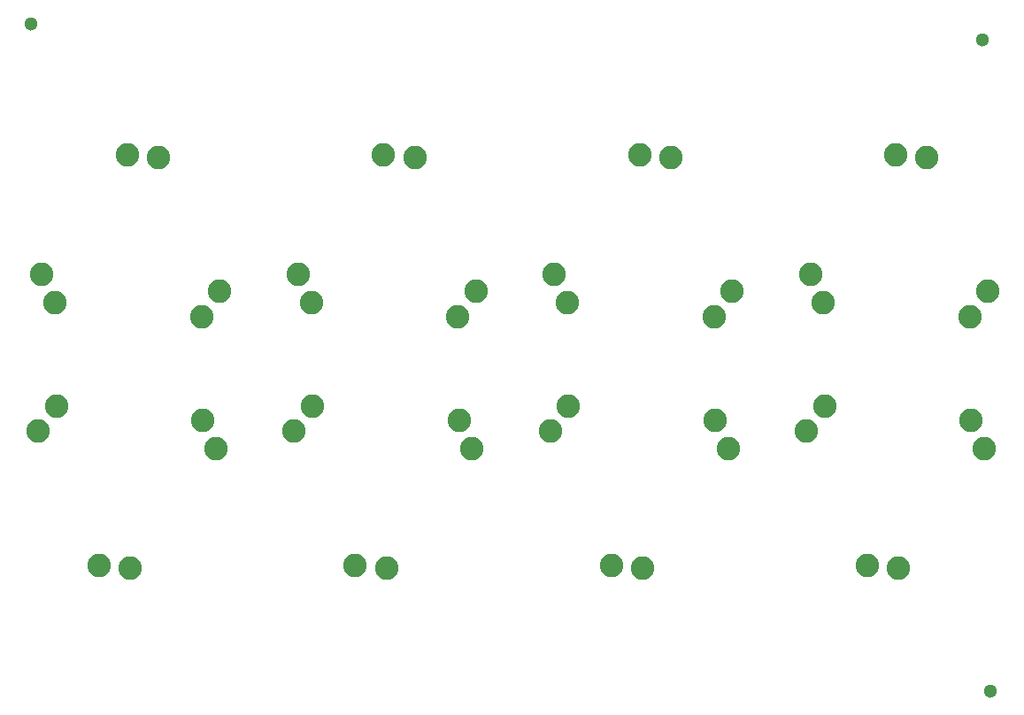
<source format=gbr>
%TF.GenerationSoftware,KiCad,Pcbnew,7.0.10*%
%TF.CreationDate,2024-11-13T11:37:08-08:00*%
%TF.ProjectId,ballBearingBoardPanelization241112,62616c6c-4265-4617-9269-6e67426f6172,rev?*%
%TF.SameCoordinates,Original*%
%TF.FileFunction,Copper,L2,Bot*%
%TF.FilePolarity,Positive*%
%FSLAX46Y46*%
G04 Gerber Fmt 4.6, Leading zero omitted, Abs format (unit mm)*
G04 Created by KiCad (PCBNEW 7.0.10) date 2024-11-13 11:37:08*
%MOMM*%
%LPD*%
G01*
G04 APERTURE LIST*
%TA.AperFunction,ComponentPad*%
%ADD10C,2.250000*%
%TD*%
%TA.AperFunction,WasherPad*%
%ADD11C,1.300000*%
%TD*%
G04 APERTURE END LIST*
D10*
%TO.P,J8,1,Pin_1*%
%TO.N,Net-(J1-Pin_1)*%
X16672164Y19033616D03*
%TD*%
%TO.P,J33,1,Pin_1*%
%TO.N,GND*%
X74130483Y-9102334D03*
%TD*%
%TO.P,J39,1,Pin_1*%
%TO.N,Net-(J5-Pin_1)*%
X67044016Y6447499D03*
%TD*%
D11*
%TO.P,,*%
%TO.N,*%
X82880200Y-20853400D03*
%TD*%
D10*
%TO.P,J20,1,Pin_1*%
%TO.N,Net-(J1-Pin_1)*%
X41172164Y19033616D03*
%TD*%
%TO.P,J3,1,Pin_1*%
%TO.N,Net-(J3-Pin_1)*%
X-2356164Y-8814468D03*
%TD*%
%TO.P,J14,1,Pin_1*%
%TO.N,Net-(J3-Pin_1)*%
X33681953Y17395756D03*
%TD*%
%TO.P,J23,1,Pin_1*%
%TO.N,Net-(J3-Pin_1)*%
X46643836Y-8814468D03*
%TD*%
%TO.P,J1,1,Pin_1*%
%TO.N,Net-(J1-Pin_1)*%
X8811695Y2367297D03*
%TD*%
%TO.P,J29,1,Pin_1*%
%TO.N,Net-(J5-Pin_1)*%
X56567611Y5097184D03*
%TD*%
%TO.P,J42,1,Pin_1*%
%TO.N,Net-(J5-Pin_1)*%
X66916248Y16303729D03*
%TD*%
%TO.P,J12,1,Pin_1*%
%TO.N,Net-(J3-Pin_1)*%
X27840024Y30215380D03*
%TD*%
%TO.P,J6,1,Pin_1*%
%TO.N,Net-(J5-Pin_1)*%
X-6583752Y16303729D03*
%TD*%
%TO.P,J28,1,Pin_1*%
%TO.N,Net-(J5-Pin_1)*%
X56439844Y14953413D03*
%TD*%
%TO.P,J36,1,Pin_1*%
%TO.N,Net-(J3-Pin_1)*%
X76840024Y30215380D03*
%TD*%
%TO.P,J13,1,Pin_1*%
%TO.N,Net-(J3-Pin_1)*%
X16301907Y4005156D03*
%TD*%
%TO.P,J2,1,Pin_1*%
%TO.N,GND*%
X630483Y-9102334D03*
%TD*%
%TO.P,J18,1,Pin_1*%
%TO.N,Net-(J5-Pin_1)*%
X17916248Y16303729D03*
%TD*%
D11*
%TO.P,,*%
%TO.N,*%
X-8864600Y42976800D03*
%TD*%
D10*
%TO.P,J35,1,Pin_1*%
%TO.N,Net-(J3-Pin_1)*%
X71143836Y-8814468D03*
%TD*%
%TO.P,J32,1,Pin_1*%
%TO.N,Net-(J1-Pin_1)*%
X65672164Y19033616D03*
%TD*%
%TO.P,J15,1,Pin_1*%
%TO.N,Net-(J5-Pin_1)*%
X18044016Y6447499D03*
%TD*%
%TO.P,J5,1,Pin_1*%
%TO.N,Net-(J5-Pin_1)*%
X-6455984Y6447499D03*
%TD*%
%TO.P,J6,1,Pin_1*%
%TO.N,Net-(J5-Pin_1)*%
X7567611Y5097184D03*
%TD*%
%TO.P,J3,1,Pin_1*%
%TO.N,Net-(J3-Pin_1)*%
X3340024Y30215380D03*
%TD*%
%TO.P,J37,1,Pin_1*%
%TO.N,Net-(J3-Pin_1)*%
X65301907Y4005156D03*
%TD*%
%TO.P,J41,1,Pin_1*%
%TO.N,Net-(J5-Pin_1)*%
X81067611Y5097184D03*
%TD*%
%TO.P,J19,1,Pin_1*%
%TO.N,Net-(J1-Pin_1)*%
X57811695Y2367297D03*
%TD*%
%TO.P,J27,1,Pin_1*%
%TO.N,Net-(J5-Pin_1)*%
X42544016Y6447499D03*
%TD*%
%TO.P,J22,1,Pin_1*%
%TO.N,GND*%
X49353377Y30503247D03*
%TD*%
%TO.P,J38,1,Pin_1*%
%TO.N,Net-(J3-Pin_1)*%
X82681953Y17395756D03*
%TD*%
%TO.P,J21,1,Pin_1*%
%TO.N,GND*%
X49630483Y-9102334D03*
%TD*%
%TO.P,J25,1,Pin_1*%
%TO.N,Net-(J3-Pin_1)*%
X40801907Y4005156D03*
%TD*%
%TO.P,J24,1,Pin_1*%
%TO.N,Net-(J3-Pin_1)*%
X52340024Y30215380D03*
%TD*%
%TO.P,J30,1,Pin_1*%
%TO.N,Net-(J5-Pin_1)*%
X42416248Y16303729D03*
%TD*%
%TO.P,J17,1,Pin_1*%
%TO.N,Net-(J5-Pin_1)*%
X32067611Y5097184D03*
%TD*%
%TO.P,J9,1,Pin_1*%
%TO.N,GND*%
X25130483Y-9102334D03*
%TD*%
%TO.P,J4,1,Pin_1*%
%TO.N,Net-(J3-Pin_1)*%
X9181953Y17395756D03*
%TD*%
%TO.P,J7,1,Pin_1*%
%TO.N,Net-(J1-Pin_1)*%
X33311695Y2367297D03*
%TD*%
%TO.P,J16,1,Pin_1*%
%TO.N,Net-(J5-Pin_1)*%
X31939844Y14953413D03*
%TD*%
D11*
%TO.P,,*%
%TO.N,*%
X82143600Y41427400D03*
%TD*%
D10*
%TO.P,J4,1,Pin_1*%
%TO.N,Net-(J3-Pin_1)*%
X-8198093Y4005156D03*
%TD*%
%TO.P,J11,1,Pin_1*%
%TO.N,Net-(J3-Pin_1)*%
X22143836Y-8814468D03*
%TD*%
%TO.P,J34,1,Pin_1*%
%TO.N,GND*%
X73853377Y30503247D03*
%TD*%
%TO.P,J26,1,Pin_1*%
%TO.N,Net-(J3-Pin_1)*%
X58181953Y17395756D03*
%TD*%
%TO.P,J40,1,Pin_1*%
%TO.N,Net-(J5-Pin_1)*%
X80939844Y14953413D03*
%TD*%
%TO.P,J2,1,Pin_1*%
%TO.N,GND*%
X353377Y30503247D03*
%TD*%
%TO.P,J10,1,Pin_1*%
%TO.N,GND*%
X24853377Y30503247D03*
%TD*%
%TO.P,J31,1,Pin_1*%
%TO.N,Net-(J1-Pin_1)*%
X82311695Y2367297D03*
%TD*%
%TO.P,J5,1,Pin_1*%
%TO.N,Net-(J5-Pin_1)*%
X7439844Y14953413D03*
%TD*%
%TO.P,J1,1,Pin_1*%
%TO.N,Net-(J1-Pin_1)*%
X-7827836Y19033616D03*
%TD*%
M02*

</source>
